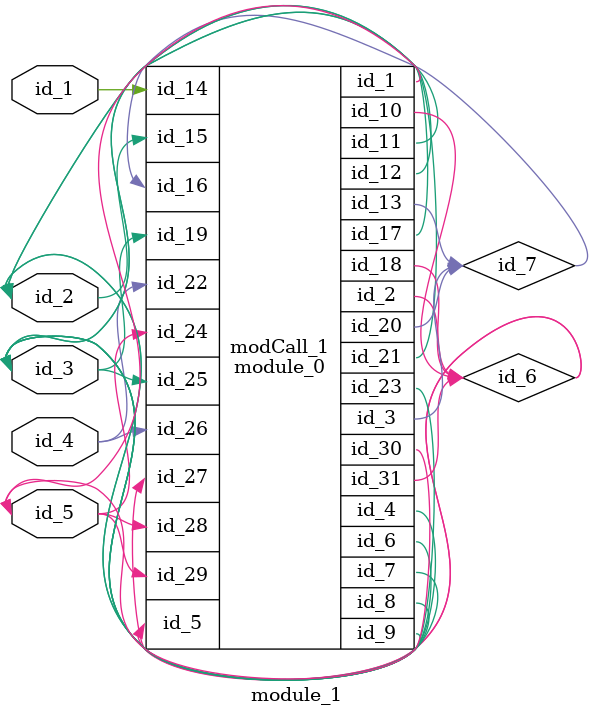
<source format=v>
module module_0 (
    id_1,
    id_2,
    id_3,
    id_4,
    id_5,
    id_6,
    id_7,
    id_8,
    id_9,
    id_10,
    id_11,
    id_12,
    id_13,
    id_14,
    id_15,
    id_16,
    id_17,
    id_18,
    id_19,
    id_20,
    id_21,
    id_22,
    id_23,
    id_24,
    id_25,
    id_26,
    id_27,
    id_28,
    id_29,
    id_30,
    id_31
);
  output wire id_31;
  inout wire id_30;
  input wire id_29;
  input wire id_28;
  input wire id_27;
  input wire id_26;
  input wire id_25;
  input wire id_24;
  inout wire id_23;
  input wire id_22;
  inout wire id_21;
  inout wire id_20;
  input wire id_19;
  output wire id_18;
  output wire id_17;
  input wire id_16;
  input wire id_15;
  input wire id_14;
  inout wire id_13;
  output wire id_12;
  output wire id_11;
  inout wire id_10;
  inout wire id_9;
  output wire id_8;
  output wire id_7;
  output wire id_6;
  input wire id_5;
  output wire id_4;
  output wire id_3;
  output wire id_2;
  output wire id_1;
endmodule
module module_1 (
    id_1,
    id_2,
    id_3,
    id_4,
    id_5
);
  inout wire id_5;
  input wire id_4;
  inout wire id_3;
  inout wire id_2;
  input wire id_1;
  wire id_6;
  wire id_7;
  module_0 modCall_1 (
      id_5,
      id_6,
      id_7,
      id_3,
      id_6,
      id_3,
      id_2,
      id_2,
      id_3,
      id_6,
      id_3,
      id_3,
      id_7,
      id_1,
      id_2,
      id_7,
      id_2,
      id_6,
      id_3,
      id_7,
      id_2,
      id_4,
      id_3,
      id_5,
      id_3,
      id_4,
      id_6,
      id_5,
      id_5,
      id_5,
      id_6
  );
  wire id_8;
endmodule

</source>
